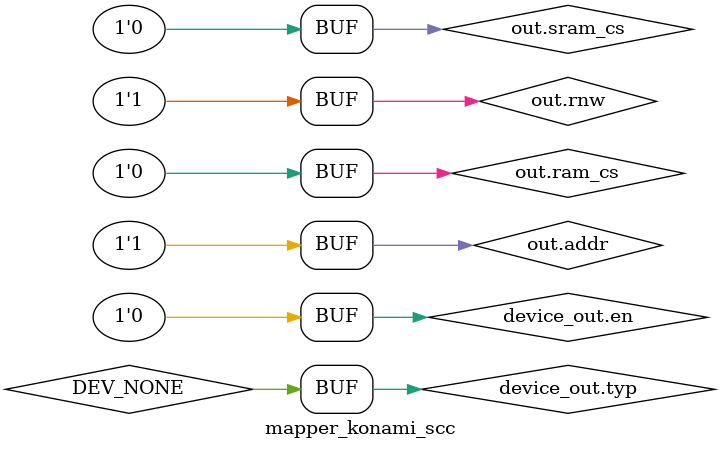
<source format=sv>
module mapper_konami_scc (
   cpu_bus             cpu_bus,        // Interface for CPU communication
   mapper_out          out,            // Interface for mapper output
   block_info          block_info,     // Struct containing mapper configuration and parameters 
   device_bus          device_out      // Interface for device output
);

   assign out.sram_cs = '0;
   assign out.ram_cs  = '0;
   assign out.rnw     = '1;
   assign out.addr    = {27{1'b1}};
   
   assign device_out.en = '0;
   assign device_out.typ = DEV_NONE;

endmodule
       
</source>
